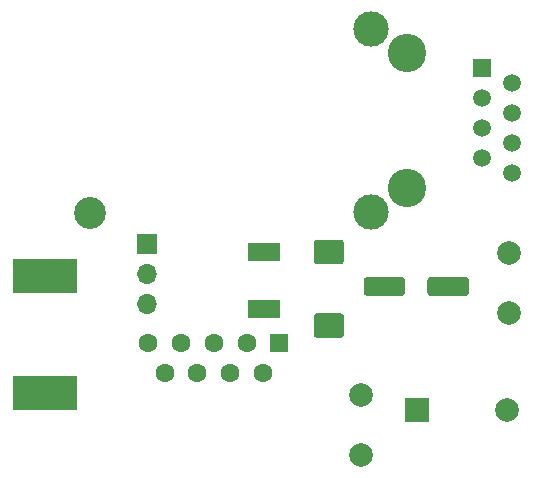
<source format=gts>
%TF.GenerationSoftware,KiCad,Pcbnew,5.1.9*%
%TF.CreationDate,2021-02-24T23:37:06+01:00*%
%TF.ProjectId,qr_reader,71725f72-6561-4646-9572-2e6b69636164,rev?*%
%TF.SameCoordinates,Original*%
%TF.FileFunction,Soldermask,Top*%
%TF.FilePolarity,Negative*%
%FSLAX46Y46*%
G04 Gerber Fmt 4.6, Leading zero omitted, Abs format (unit mm)*
G04 Created by KiCad (PCBNEW 5.1.9) date 2021-02-24 23:37:06*
%MOMM*%
%LPD*%
G01*
G04 APERTURE LIST*
%ADD10C,2.700000*%
%ADD11R,5.400000X2.900000*%
%ADD12C,1.600000*%
%ADD13R,1.600000X1.600000*%
%ADD14C,1.500000*%
%ADD15C,3.000000*%
%ADD16R,1.500000X1.500000*%
%ADD17C,3.250000*%
%ADD18C,2.000000*%
%ADD19R,2.700000X1.500000*%
%ADD20R,1.700000X1.700000*%
%ADD21O,1.700000X1.700000*%
%ADD22R,2.000000X2.000000*%
G04 APERTURE END LIST*
D10*
%TO.C,H1*%
X126750000Y-40750000D03*
%TD*%
D11*
%TO.C,L1*%
X122936000Y-56004000D03*
X122936000Y-46104000D03*
%TD*%
D12*
%TO.C,J2*%
X133105000Y-54356000D03*
X135875000Y-54356000D03*
X138645000Y-54356000D03*
X141415000Y-54356000D03*
X131720000Y-51816000D03*
X134490000Y-51816000D03*
X137260000Y-51816000D03*
X140030000Y-51816000D03*
D13*
X142800000Y-51816000D03*
%TD*%
D14*
%TO.C,J1*%
X162540000Y-34850000D03*
X162540000Y-37390000D03*
D15*
X150600000Y-25175000D03*
D14*
X162540000Y-29770000D03*
D16*
X160000000Y-28500000D03*
D14*
X160000000Y-36120000D03*
X162540000Y-32310000D03*
X160000000Y-33580000D03*
X160000000Y-31040000D03*
D17*
X153650000Y-27230000D03*
D15*
X150600000Y-40715000D03*
D17*
X153650000Y-38660000D03*
%TD*%
D18*
%TO.C,F2*%
X149760000Y-56170000D03*
X149750000Y-61250000D03*
%TD*%
%TO.C,F1*%
X162260000Y-44170000D03*
X162250000Y-49250000D03*
%TD*%
D19*
%TO.C,D3*%
X141478000Y-44082000D03*
X141478000Y-48882000D03*
%TD*%
D20*
%TO.C,D1*%
X131572000Y-43434000D03*
D21*
X131572000Y-45974000D03*
X131572000Y-48514000D03*
%TD*%
%TO.C,C2*%
G36*
G01*
X148025000Y-45125000D02*
X145975000Y-45125000D01*
G75*
G02*
X145725000Y-44875000I0J250000D01*
G01*
X145725000Y-43300000D01*
G75*
G02*
X145975000Y-43050000I250000J0D01*
G01*
X148025000Y-43050000D01*
G75*
G02*
X148275000Y-43300000I0J-250000D01*
G01*
X148275000Y-44875000D01*
G75*
G02*
X148025000Y-45125000I-250000J0D01*
G01*
G37*
G36*
G01*
X148025000Y-51350000D02*
X145975000Y-51350000D01*
G75*
G02*
X145725000Y-51100000I0J250000D01*
G01*
X145725000Y-49525000D01*
G75*
G02*
X145975000Y-49275000I250000J0D01*
G01*
X148025000Y-49275000D01*
G75*
G02*
X148275000Y-49525000I0J-250000D01*
G01*
X148275000Y-51100000D01*
G75*
G02*
X148025000Y-51350000I-250000J0D01*
G01*
G37*
%TD*%
%TO.C,C1*%
G36*
G01*
X153450000Y-46450000D02*
X153450000Y-47550000D01*
G75*
G02*
X153200000Y-47800000I-250000J0D01*
G01*
X150200000Y-47800000D01*
G75*
G02*
X149950000Y-47550000I0J250000D01*
G01*
X149950000Y-46450000D01*
G75*
G02*
X150200000Y-46200000I250000J0D01*
G01*
X153200000Y-46200000D01*
G75*
G02*
X153450000Y-46450000I0J-250000D01*
G01*
G37*
G36*
G01*
X158850000Y-46450000D02*
X158850000Y-47550000D01*
G75*
G02*
X158600000Y-47800000I-250000J0D01*
G01*
X155600000Y-47800000D01*
G75*
G02*
X155350000Y-47550000I0J250000D01*
G01*
X155350000Y-46450000D01*
G75*
G02*
X155600000Y-46200000I250000J0D01*
G01*
X158600000Y-46200000D01*
G75*
G02*
X158850000Y-46450000I0J-250000D01*
G01*
G37*
%TD*%
D18*
%TO.C,BZ1*%
X162100000Y-57500000D03*
D22*
X154500000Y-57500000D03*
%TD*%
M02*

</source>
